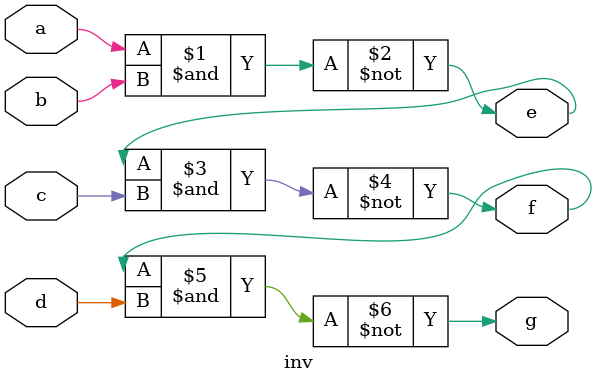
<source format=v>
`timescale 1ns / 1ps

module inv(
    input a, b, c, d,
    output e, f, g
    );

    assign e=~(a&b);
    assign f=~(e&c);
    assign g=~(f&d);

endmodule
</source>
